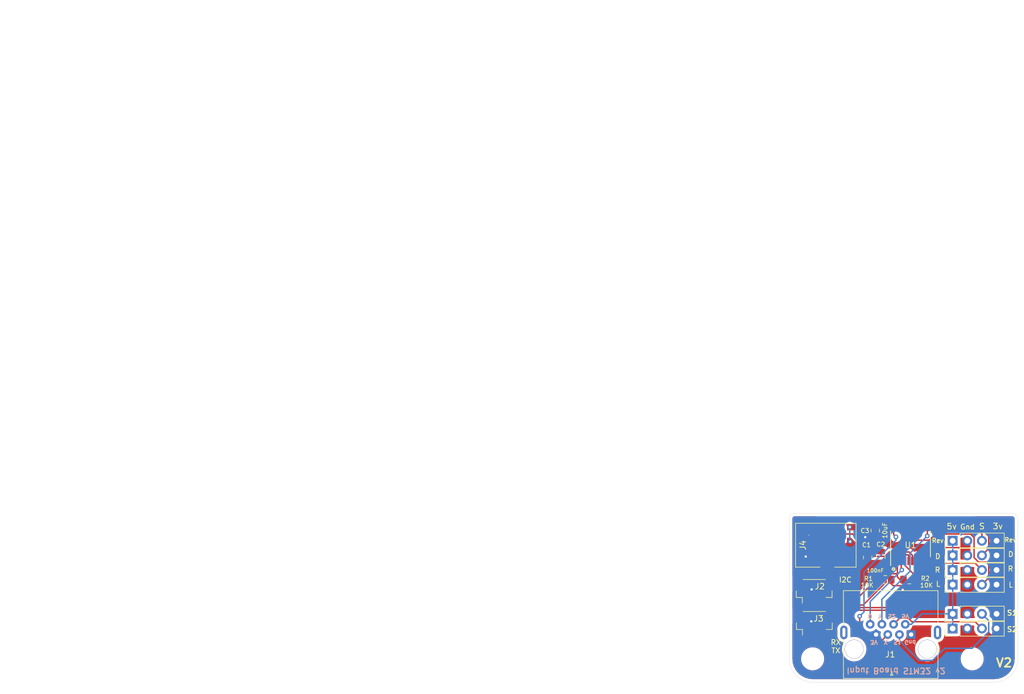
<source format=kicad_pcb>
(kicad_pcb (version 20211014) (generator pcbnew)
  (layers (0 "F.Cu" signal) (31 "B.Cu" signal) (34 "B.Paste" user) (35 "F.Paste" user) (36 "B.SilkS" user "B.Silkscreen") (37 "F.SilkS" user "F.Silkscreen") (38 "B.Mask" user) (39 "F.Mask" user) (44 "Edge.Cuts" user))
  (net 0 "")
  (net 1 "GND")
  (net 2 "+5V")
  (net 3 "+3V3")
  (net 4 "Other")
  (net 5 "JoyY")
  (net 6 "JoyX")
  (net 7 "Sound2")
  (net 8 "Sound1")
  (net 9 "LeftButton")
  (net 10 "DriveButton")
  (net 11 "RightButton")
  (net 12 "ReverseButton")
  (net 13 "SDA")
  (net 14 "SCL")
  (net 15 "TX")
  (net 16 "RX")
  (net 17 "/RESET")
  (net 18 "SWDIO")
  (net 19 "SWCLK")
  (net 20 "Net-(J4-Pad8)")
  (net 21 "Net-(J4-Pad7)")
  (net 22 "Net-(J4-Pad6)")
  (net 23 "Net-(U1-Pad8)")
  (net 24 "Net-(U1-Pad13)")
  (net 25 "Net-(U1-Pad14)")
  (net 26 "Net-(U1-Pad15)")
  (footprint "MountingHole:MountingHole_3mm" (layer "F.Cu") (at 164.338 110.678)
    (fp_text reference "" (at 0 -4) (layer "F.SilkS"))
    (fp_text value "")
    (pad "" np_thru_hole circle locked (at 0 0) (size 3 3) (drill 3) (layers *.Cu *.Mask))
  )
  (footprint "MountingHole:MountingHole_3mm" (layer "F.Cu") (at 136.638 110.678)
    (fp_text reference "" (at 0 -4) (layer "F.SilkS"))
    (fp_text value "")
    (pad "" np_thru_hole circle locked (at 0 0) (size 3 3) (drill 3) (layers *.Cu *.Mask))
  )
  (footprint "Connector_PinHeader_2.54mm:PinHeader_1x04_P2.54mm_Vertical" (layer "F.Cu") (at 160.94964 97.79 90)
    (fp_text reference "J5" hide)
    (fp_text value "Conn_01x04_Male")
    (fp_line (start 1.33 1.27) (end 1.33 8.95) (layer "F.SilkS") (width 0.12))
    (fp_line (start -1.33 0) (end -1.33 -1.33) (layer "F.SilkS") (width 0.12))
    (fp_line (start -1.33 1.27) (end -1.33 8.95) (layer "F.SilkS") (width 0.12))
    (fp_line (start -1.33 8.95) (end 1.33 8.95) (layer "F.SilkS") (width 0.12))
    (fp_line (start -1.33 1.27) (end 1.33 1.27) (layer "F.SilkS") (width 0.12))
    (fp_line (start -1.33 -1.33) (end 0 -1.33) (layer "F.SilkS") (width 0.12))
    (pad "1" thru_hole rect locked (at 0 0 90) (size 1.7 1.7) (drill 1) (layers *.Cu *.Mask) (net 2 "+5V"))
    (pad "2" thru_hole oval locked (at 0 2.54 90) (size 1.7 1.7) (drill 1) (layers *.Cu *.Mask) (net 1 "GND"))
    (pad "3" thru_hole oval locked (at 0 5.08 90) (size 1.7 1.7) (drill 1) (layers *.Cu *.Mask) (net 9 "LeftButton"))
    (pad "4" thru_hole oval locked (at 0 7.62 90) (size 1.7 1.7) (drill 1) (layers *.Cu *.Mask) (net 3 "+3V3"))
  )
  (footprint "Connector_PinHeader_2.54mm:PinHeader_1x04_P2.54mm_Vertical" (layer "F.Cu") (at 160.94964 95.25 90)
    (fp_text reference "J6" hide)
    (fp_text value "Conn_01x04_Male")
    (fp_line (start 1.33 1.27) (end 1.33 8.95) (layer "F.SilkS") (width 0.12))
    (fp_line (start -1.33 8.95) (end 1.33 8.95) (layer "F.SilkS") (width 0.12))
    (fp_line (start -1.33 0) (end -1.33 -1.33) (layer "F.SilkS") (width 0.12))
    (fp_line (start -1.33 1.27) (end 1.33 1.27) (layer "F.SilkS") (width 0.12))
    (fp_line (start -1.33 1.27) (end -1.33 8.95) (layer "F.SilkS") (width 0.12))
    (fp_line (start -1.33 -1.33) (end 0 -1.33) (layer "F.SilkS") (width 0.12))
    (pad "1" thru_hole rect locked (at 0 0 90) (size 1.7 1.7) (drill 1) (layers *.Cu *.Mask) (net 2 "+5V"))
    (pad "2" thru_hole oval locked (at 0 2.54 90) (size 1.7 1.7) (drill 1) (layers *.Cu *.Mask) (net 1 "GND"))
    (pad "3" thru_hole oval locked (at 0 5.08 90) (size 1.7 1.7) (drill 1) (layers *.Cu *.Mask) (net 11 "RightButton"))
    (pad "4" thru_hole oval locked (at 0 7.62 90) (size 1.7 1.7) (drill 1) (layers *.Cu *.Mask) (net 3 "+3V3"))
  )
  (footprint "Connector_PinHeader_2.54mm:PinHeader_1x04_P2.54mm_Vertical" (layer "F.Cu") (at 160.94964 92.71 90)
    (fp_text reference "J7" hide)
    (fp_text value "Conn_01x04_Male")
    (fp_line (start -1.33 -1.33) (end 0 -1.33) (layer "F.SilkS") (width 0.12))
    (fp_line (start 1.33 1.27) (end 1.33 8.95) (layer "F.SilkS") (width 0.12))
    (fp_line (start -1.33 0) (end -1.33 -1.33) (layer "F.SilkS") (width 0.12))
    (fp_line (start -1.33 8.95) (end 1.33 8.95) (layer "F.SilkS") (width 0.12))
    (fp_line (start -1.33 1.27) (end 1.33 1.27) (layer "F.SilkS") (width 0.12))
    (fp_line (start -1.33 1.27) (end -1.33 8.95) (layer "F.SilkS") (width 0.12))
    (pad "1" thru_hole rect locked (at 0 0 90) (size 1.7 1.7) (drill 1) (layers *.Cu *.Mask) (net 2 "+5V"))
    (pad "2" thru_hole oval locked (at 0 2.54 90) (size 1.7 1.7) (drill 1) (layers *.Cu *.Mask) (net 1 "GND"))
    (pad "3" thru_hole oval locked (at 0 5.08 90) (size 1.7 1.7) (drill 1) (layers *.Cu *.Mask) (net 10 "DriveButton"))
    (pad "4" thru_hole oval locked (at 0 7.62 90) (size 1.7 1.7) (drill 1) (layers *.Cu *.Mask) (net 3 "+3V3"))
  )
  (footprint "Connector_PinHeader_2.54mm:PinHeader_1x04_P2.54mm_Vertical" (layer "F.Cu") (at 160.94964 90.17 90)
    (fp_text reference "J9" hide)
    (fp_text value "Conn_01x04_Male")
    (fp_line (start 1.33 1.27) (end 1.33 8.95) (layer "F.SilkS") (width 0.12))
    (fp_line (start -1.33 8.95) (end 1.33 8.95) (layer "F.SilkS") (width 0.12))
    (fp_line (start -1.33 1.27) (end 1.33 1.27) (layer "F.SilkS") (width 0.12))
    (fp_line (start -1.33 0) (end -1.33 -1.33) (layer "F.SilkS") (width 0.12))
    (fp_line (start -1.33 1.27) (end -1.33 8.95) (layer "F.SilkS") (width 0.12))
    (fp_line (start -1.33 -1.33) (end 0 -1.33) (layer "F.SilkS") (width 0.12))
    (pad "1" thru_hole rect locked (at 0 0 90) (size 1.7 1.7) (drill 1) (layers *.Cu *.Mask) (net 2 "+5V"))
    (pad "2" thru_hole oval locked (at 0 2.54 90) (size 1.7 1.7) (drill 1) (layers *.Cu *.Mask) (net 1 "GND"))
    (pad "3" thru_hole oval locked (at 0 5.08 90) (size 1.7 1.7) (drill 1) (layers *.Cu *.Mask) (net 12 "ReverseButton"))
    (pad "4" thru_hole oval locked (at 0 7.62 90) (size 1.7 1.7) (drill 1) (layers *.Cu *.Mask) (net 3 "+3V3"))
  )
  (footprint "Connector_PinHeader_2.54mm:PinHeader_1x04_P2.54mm_Vertical" (layer "F.Cu") (at 160.94964 105.41 90)
    (fp_text reference "J11" hide)
    (fp_text value "Conn_01x04_Male")
    (fp_line (start -1.33 1.27) (end 1.33 1.27) (layer "F.SilkS") (width 0.12))
    (fp_line (start -1.33 -1.33) (end 0 -1.33) (layer "F.SilkS") (width 0.12))
    (fp_line (start -1.33 8.95) (end 1.33 8.95) (layer "F.SilkS") (width 0.12))
    (fp_line (start 1.33 1.27) (end 1.33 8.95) (layer "F.SilkS") (width 0.12))
    (fp_line (start -1.33 0) (end -1.33 -1.33) (layer "F.SilkS") (width 0.12))
    (fp_line (start -1.33 1.27) (end -1.33 8.95) (layer "F.SilkS") (width 0.12))
    (pad "1" thru_hole rect locked (at 0 0 90) (size 1.7 1.7) (drill 1) (layers *.Cu *.Mask) (net 2 "+5V"))
    (pad "2" thru_hole oval locked (at 0 2.54 90) (size 1.7 1.7) (drill 1) (layers *.Cu *.Mask) (net 1 "GND"))
    (pad "3" thru_hole oval locked (at 0 5.08 90) (size 1.7 1.7) (drill 1) (layers *.Cu *.Mask) (net 7 "Sound2"))
    (pad "4" thru_hole oval locked (at 0 7.62 90) (size 1.7 1.7) (drill 1) (layers *.Cu *.Mask) (net 3 "+3V3"))
  )
  (footprint "Resistor_SMD:R_0805_2012Metric_Pad1.15x1.40mm_HandSolder" (layer "F.Cu") (at 149.25294 96.93148)
    (fp_text reference "R1" (at -2.921 -0.1778) (layer "F.SilkS") (effects (font (size 0.762 0.762) (thickness 0.127))))
    (fp_text value "10K" (at -3.1496 0.9398) (layer "F.SilkS") (effects (font (size 0.762 0.762) (thickness 0.127))))
    (fp_line (start -0.261252 0.71) (end 0.261252 0.71) (layer "F.SilkS") (width 0.12))
    (fp_line (start -0.261252 -0.71) (end 0.261252 -0.71) (layer "F.SilkS") (width 0.12))
    (pad "1" smd roundrect locked (at -1.025 0) (size 1.15 1.4) (layers "F.Cu" "F.Paste" "F.Mask") (roundrect_rratio 0.2173904348) (net 14 "SCL"))
    (pad "2" smd roundrect locked (at 1.025 0) (size 1.15 1.4) (layers "F.Cu" "F.Paste" "F.Mask") (roundrect_rratio 0.2173904348) (net 3 "+3V3"))
  )
  (footprint "Resistor_SMD:R_0805_2012Metric_Pad1.15x1.40mm_HandSolder" (layer "F.Cu") (at 153.43124 96.93656)
    (fp_text reference "R2" (at 2.77114 -0.2159) (layer "F.SilkS") (effects (font (size 0.762 0.762) (thickness 0.127))))
    (fp_text value "10K" (at 2.97688 0.9652) (layer "F.SilkS") (effects (font (size 0.762 0.762) (thickness 0.127))))
    (fp_line (start -0.261252 -0.71) (end 0.261252 -0.71) (layer "F.SilkS") (width 0.12))
    (fp_line (start -0.261252 0.71) (end 0.261252 0.71) (layer "F.SilkS") (width 0.12))
    (pad "1" smd roundrect locked (at -1.025 0) (size 1.15 1.4) (layers "F.Cu" "F.Paste" "F.Mask") (roundrect_rratio 0.2173904348) (net 13 "SDA"))
    (pad "2" smd roundrect locked (at 1.025 0) (size 1.15 1.4) (layers "F.Cu" "F.Paste" "F.Mask") (roundrect_rratio 0.2173904348) (net 3 "+3V3"))
  )
  (footprint "Connector_PinHeader_2.54mm:PinHeader_1x04_P2.54mm_Vertical" (layer "F.Cu") (at 160.94964 102.87 90)
    (fp_text reference "J10" hide)
    (fp_text value "Conn_01x04_Male")
    (fp_line (start -1.33 1.27) (end -1.33 8.95) (layer "F.SilkS") (width 0.12))
    (fp_line (start -1.33 -1.33) (end 0 -1.33) (layer "F.SilkS") (width 0.12))
    (fp_line (start -1.33 1.27) (end 1.33 1.27) (layer "F.SilkS") (width 0.12))
    (fp_line (start -1.33 8.95) (end 1.33 8.95) (layer "F.SilkS") (width 0.12))
    (fp_line (start 1.33 1.27) (end 1.33 8.95) (layer "F.SilkS") (width 0.12))
    (fp_line (start -1.33 0) (end -1.33 -1.33) (layer "F.SilkS") (width 0.12))
    (pad "1" thru_hole rect locked (at 0 0 90) (size 1.7 1.7) (drill 1) (layers *.Cu *.Mask) (net 2 "+5V"))
    (pad "2" thru_hole oval locked (at 0 2.54 90) (size 1.7 1.7) (drill 1) (layers *.Cu *.Mask) (net 1 "GND"))
    (pad "3" thru_hole oval locked (at 0 5.08 90) (size 1.7 1.7) (drill 1) (layers *.Cu *.Mask) (net 8 "Sound1"))
    (pad "4" thru_hole oval locked (at 0 7.62 90) (size 1.7 1.7) (drill 1) (layers *.Cu *.Mask) (net 3 "+3V3"))
  )
  (footprint "Capacitor_SMD:C_0805_2012Metric" (layer "F.Cu") (at 146.19224 93.07322 -90)
    (fp_text reference "C1" (at -2.17932 0.20828 180) (layer "F.SilkS") (effects (font (size 0.762 0.762) (thickness 0.127))))
    (fp_text value "100nF" (at 2.2733 -1.32588) (layer "F.SilkS") (effects (font (size 0.635 0.635) (thickness 0.1143))))
    (fp_line (start -0.261252 0.735) (end 0.261252 0.735) (layer "F.SilkS") (width 0.12))
    (fp_line (start -0.261252 -0.735) (end 0.261252 -0.735) (layer "F.SilkS") (width 0.12))
    (pad "1" smd roundrect locked (at -0.95 0 270) (size 1 1.45) (layers "F.Cu" "F.Paste" "F.Mask") (net 17 "/RESET"))
    (pad "2" smd roundrect locked (at 0.95 0 270) (size 1 1.45) (layers "F.Cu" "F.Paste" "F.Mask") (net 1 "GND"))
  )
  (footprint "Capacitor_SMD:C_0805_2012Metric" (layer "F.Cu") (at 148.48586 92.99448 -90)
    (fp_text reference "C2" (at -2.19456 0.02032) (layer "F.SilkS") (effects (font (size 0.762 0.762) (thickness 0.127))))
    (fp_text value "100nF")
    (fp_line (start -0.261252 -0.735) (end 0.261252 -0.735) (layer "F.SilkS") (width 0.12))
    (fp_line (start -0.261252 0.735) (end 0.261252 0.735) (layer "F.SilkS") (width 0.12))
    (pad "1" smd roundrect locked (at -0.95 0 270) (size 1 1.45) (layers "F.Cu" "F.Paste" "F.Mask") (net 3 "+3V3"))
    (pad "2" smd roundrect locked (at 0.95 0 270) (size 1 1.45) (layers "F.Cu" "F.Paste" "F.Mask") (net 1 "GND"))
  )
  (footprint "Capacitor_SMD:C_0805_2012Metric" (layer "F.Cu") (at 147.5105 88.38946 90)
    (fp_text reference "C3" (at -0.0381 -1.7907) (layer "F.SilkS") (effects (font (size 0.762 0.762) (thickness 0.127))))
    (fp_text value "10uF" (at 0 1.68 90) (layer "F.SilkS") (effects (font (size 0.762 0.762) (thickness 0.127))))
    (fp_line (start -0.261252 -0.735) (end 0.261252 -0.735) (layer "F.SilkS") (width 0.12))
    (fp_line (start -0.261252 0.735) (end 0.261252 0.735) (layer "F.SilkS") (width 0.12))
    (pad "1" smd roundrect locked (at -0.95 0 90) (size 1 1.45) (layers "F.Cu" "F.Paste" "F.Mask") (net 3 "+3V3"))
    (pad "2" smd roundrect locked (at 0.95 0 90) (size 1 1.45) (layers "F.Cu" "F.Paste" "F.Mask") (net 1 "GND"))
  )
  (footprint "Connector_JST:JST_SH_BM04B-SRSS-TB_1x04-1MP_P1.00mm_Vertical" (layer "F.Cu") (at 136.906 98.9076)
    (fp_text reference "J2" (at 0.97028 -0.81026) (layer "F.SilkS"))
    (fp_text value "Conn_01x04_Male")
    (fp_line (start -3.11 -0.04) (end -3.11 1.11) (layer "F.SilkS") (width 0.12))
    (fp_line (start -2.06 1.11) (end -2.06 2.1) (layer "F.SilkS") (width 0.12))
    (fp_line (start 3.11 1.11) (end 2.06 1.11) (layer "F.SilkS") (width 0.12))
    (fp_line (start -3.11 1.11) (end -2.06 1.11) (layer "F.SilkS") (width 0.12))
    (fp_line (start -1.94 -2.01) (end 1.94 -2.01) (layer "F.SilkS") (width 0.12))
    (fp_line (start 3.11 -0.04) (end 3.11 1.11) (layer "F.SilkS") (width 0.12))
    (pad "1" smd roundrect locked (at -1.5 1.325) (size 0.6 1.55) (layers "F.Cu" "F.Paste" "F.Mask") (net 1 "GND"))
    (pad "2" smd roundrect locked (at -0.5 1.325) (size 0.6 1.55) (layers "F.Cu" "F.Paste" "F.Mask") (net 3 "+3V3"))
    (pad "3" smd roundrect locked (at 0.5 1.325) (size 0.6 1.55) (layers "F.Cu" "F.Paste" "F.Mask") (net 13 "SDA"))
    (pad "4" smd roundrect locked (at 1.5 1.325) (size 0.6 1.55) (layers "F.Cu" "F.Paste" "F.Mask") (net 14 "SCL"))
    (pad "MP" smd roundrect locked (at 2.8 -1.2) (size 1.2 1.8) (layers "F.Cu" "F.Paste" "F.Mask") (roundrect_rratio 0.2083325))
    (pad "MP" smd roundrect locked (at -2.8 -1.2) (size 1.2 1.8) (layers "F.Cu" "F.Paste" "F.Mask") (roundrect_rratio 0.2083325))
  )
  (footprint "Connector_JST:JST_SH_BM04B-SRSS-TB_1x04-1MP_P1.00mm_Vertical" (layer "F.Cu") (at 136.9314 104.4702)
    (fp_text reference "J3" (at 0.73152 -0.77216) (layer "F.SilkS"))
    (fp_text value "Conn_01x04_Male")
    (fp_line (start -3.11 1.11) (end -2.06 1.11) (layer "F.SilkS") (width 0.12))
    (fp_line (start -1.94 -2.01) (end 1.94 -2.01) (layer "F.SilkS") (width 0.12))
    (fp_line (start -2.06 1.11) (end -2.06 2.1) (layer "F.SilkS") (width 0.12))
    (fp_line (start 3.11 -0.04) (end 3.11 1.11) (layer "F.SilkS") (width 0.12))
    (fp_line (start -3.11 -0.04) (end -3.11 1.11) (layer "F.SilkS") (width 0.12))
    (fp_line (start 3.11 1.11) (end 2.06 1.11) (layer "F.SilkS") (width 0.12))
    (pad "1" smd roundrect locked (at -1.5 1.325) (size 0.6 1.55) (layers "F.Cu" "F.Paste" "F.Mask") (net 1 "GND"))
    (pad "2" smd roundrect locked (at -0.5 1.325) (size 0.6 1.55) (layers "F.Cu" "F.Paste" "F.Mask") (net 3 "+3V3"))
    (pad "3" smd roundrect locked (at 0.5 1.325) (size 0.6 1.55) (layers "F.Cu" "F.Paste" "F.Mask") (net 15 "TX"))
    (pad "4" smd roundrect locked (at 1.5 1.325) (size 0.6 1.55) (layers "F.Cu" "F.Paste" "F.Mask") (net 16 "RX"))
    (pad "MP" smd roundrect locked (at 2.8 -1.2) (size 1.2 1.8) (layers "F.Cu" "F.Paste" "F.Mask") (roundrect_rratio 0.2083325))
    (pad "MP" smd roundrect locked (at -2.8 -1.2) (size 1.2 1.8) (layers "F.Cu" "F.Paste" "F.Mask") (roundrect_rratio 0.2083325))
  )
  (footprint "Useful Modifications:JTAG_SWD_SMD" (layer "F.Cu") (at 139.18438 90.94216 90)
    (fp_text reference "J4" (at 0 -4.235 90) (layer "F.SilkS"))
    (fp_text value "Conn_ARM_JTAG_SWD_10")
    (fp_line (start -3.81 5) (end -3.81 1.27) (layer "F.SilkS") (width 0.12))
    (fp_line (start -3.81 -5.5) (end -3.81 -1.27) (layer "F.SilkS") (width 0.12))
    (fp_line (start 3.81 -5.5) (end 3.81 5) (layer "F.SilkS") (width 0.12))
    (fp_line (start -3.81 -5.5) (end 3.81 -5.5) (layer "F.SilkS") (width 0.12))
    (fp_line (start -3.81 5) (end 3.81 5) (layer "F.SilkS") (width 0.12))
    (fp_line (start 1.765 -3.235) (end 1.765 -3.17) (layer "F.SilkS") (width 0.12))
    (pad "1" smd rect locked (at -1.95 -2.54 90) (size 2.4 0.74) (layers "F.Cu" "F.Paste" "F.Mask") (net 3 "+3V3"))
    (pad "2" smd rect locked (at 1.95 -2.54 90) (size 2.4 0.74) (layers "F.Cu" "F.Paste" "F.Mask") (net 18 "SWDIO"))
    (pad "3" smd rect locked (at -1.95 -1.27 90) (size 2.4 0.74) (layers "F.Cu" "F.Paste" "F.Mask") (net 1 "GND"))
    (pad "4" smd rect locked (at 1.95 -1.27 90) (size 2.4 0.74) (layers "F.Cu" "F.Paste" "F.Mask") (net 19 "SWCLK"))
    (pad "5" smd rect locked (at -1.95 0 90) (size 2.4 0.74) (layers "F.Cu" "F.Paste" "F.Mask") (net 1 "GND"))
    (pad "6" smd rect locked (at 1.95 0 90) (size 2.4 0.74) (layers "F.Cu" "F.Paste" "F.Mask") (net 22 "Net-(J4-Pad6)"))
    (pad "7" smd rect locked (at -1.95 1.27 90) (size 2.4 0.74) (layers "F.Cu" "F.Paste" "F.Mask") (net 21 "Net-(J4-Pad7)"))
    (pad "8" smd rect locked (at 1.95 1.27 90) (size 2.4 0.74) (layers "F.Cu" "F.Paste" "F.Mask") (net 20 "Net-(J4-Pad8)"))
    (pad "9" smd rect locked (at -1.95 2.54 90) (size 2.4 0.74) (layers "F.Cu" "F.Paste" "F.Mask") (net 1 "GND"))
    (pad "10" smd rect locked (at 1.95 2.54 90) (size 2.4 0.74) (layers "F.Cu" "F.Paste" "F.Mask") (net 17 "/RESET"))
  )
  (footprint "Useful Modifications:RJ45_x08_Tab_Up" (layer "F.Cu") (at 149.9616 110.0582)
    (fp_text reference "J1" (at 0.1524 -0.13208) (layer "F.SilkS"))
    (fp_text value "8P8C")
    (fp_line (start 0.62738 3.46964) (end 0.40132 3.03784) (layer "F.SilkS") (width 0.12))
    (fp_line (start 0.18796 3.46964) (end 0.62738 3.46964) (layer "F.SilkS") (width 0.12))
    (fp_line (start -7.97494 -11.21918) (end -7.97494 -5.207) (layer "F.SilkS") (width 0.12))
    (fp_line (start -7.97494 -11.21918) (end 8.43506 -11.21918) (layer "F.SilkS") (width 0.12))
    (fp_line (start 8.43506 -11.21918) (end 8.43506 -5.207) (layer "F.SilkS") (width 0.12))
    (fp_line (start -7.97494 4.02082) (end 8.43506 4.02082) (layer "F.SilkS") (width 0.12))
    (fp_line (start -7.97306 -2.71018) (end -7.97494 4.02082) (layer "F.SilkS") (width 0.12))
    (fp_line (start 8.43694 -2.71018) (end 8.43506 4.02082) (layer "F.SilkS") (width 0.12))
    (fp_line (start 0.40132 3.03784) (end 0.18796 3.46964) (layer "F.SilkS") (width 0.12))
    (pad "" np_thru_hole circle locked (at 6.58168 -1.05918 180) (size 3.25 3.25) (drill 3.200001) (layers *.Cu *.Mask))
    (pad "" np_thru_hole circle locked (at -6.11832 -1.05918 180) (size 3.25 3.25) (drill 3.2) (layers *.Cu *.Mask))
    (pad "1" thru_hole rect locked (at 3.78098 -3.59918) (size 1.5 1.5) (drill 0.76) (layers *.Cu *.Mask) (net 1 "GND"))
    (pad "2" thru_hole circle locked (at 2.76098 -5.37918) (size 1.5 1.5) (drill 0.76) (layers *.Cu *.Mask) (net 2 "+5V"))
    (pad "3" thru_hole circle locked (at 1.75098 -3.59918) (size 1.5 1.5) (drill 0.76) (layers *.Cu *.Mask) (net 8 "Sound1"))
    (pad "4" thru_hole circle locked (at 0.73098 -5.37918) (size 1.5 1.5) (drill 0.76) (layers *.Cu *.Mask) (net 7 "Sound2"))
    (pad "5" thru_hole circle locked (at -0.27902 -3.59918) (size 1.5 1.5) (drill 0.76) (layers *.Cu *.Mask) (net 6 "JoyX"))
    (pad "6" thru_hole circle locked (at -1.29902 -5.37918) (size 1.5 1.5) (drill 0.76) (layers *.Cu *.Mask) (net 5 "JoyY"))
    (pad "7" thru_hole circle locked (at -2.30902 -3.59918) (size 1.5 1.5) (drill 0.76) (layers *.Cu *.Mask) (net 3 "+3V3"))
    (pad "8" thru_hole circle locked (at -3.32902 -5.37918) (size 1.5 1.5) (drill 0.76) (layers *.Cu *.Mask) (net 4 "Other"))
    (pad "9" thru_hole oval locked (at -7.89832 -3.96113 180) (size 1.259 2.362) (drill oval 0.5 1.6) (layers *.Cu *.Mask))
    (pad "10" thru_hole oval locked (at 8.36168 -3.96113 180) (size 1.259 2.362) (drill oval 0.5 1.6) (layers *.Cu *.Mask))
  )
  (footprint "Package_SO:TSSOP-20_4.4x6.5mm_P0.65mm" (layer "F.Cu") (at 153.6319 90.72118 90)
    (fp_text reference "U1" (at -0.21082 0 180) (layer "F.SilkS"))
    (fp_text value "STM32G031F4Px")
    (fp_line (start -3.75 -3.45) (end 2.225 -3.45) (layer "F.SilkS") (width 0.15))
    (fp_line (start -2.225 3.45) (end 2.225 3.45) (layer "F.SilkS") (width 0.15))
    (pad "1" smd rect locked (at -2.95 -2.925 90) (size 1.45 0.45) (layers "F.Cu" "F.Paste" "F.Mask") (net 14 "SCL"))
    (pad "2" smd rect locked (at -2.95 -2.275 90) (size 1.45 0.45) (layers "F.Cu" "F.Paste" "F.Mask") (net 13 "SDA"))
    (pad "3" smd rect locked (at -2.95 -1.625 90) (size 1.45 0.45) (layers "F.Cu" "F.Paste" "F.Mask") (net 4 "Other"))
    (pad "4" smd rect locked (at -2.95 -0.975 90) (size 1.45 0.45) (layers "F.Cu" "F.Paste" "F.Mask") (net 3 "+3V3"))
    (pad "5" smd rect locked (at -2.95 -0.325 90) (size 1.45 0.45) (layers "F.Cu" "F.Paste" "F.Mask") (net 1 "GND"))
    (pad "6" smd rect locked (at -2.95 0.325 90) (size 1.45 0.45) (layers "F.Cu" "F.Paste" "F.Mask") (net 17 "/RESET"))
    (pad "7" smd rect locked (at -2.95 0.975 90) (size 1.45 0.45) (layers "F.Cu" "F.Paste" "F.Mask") (net 11 "RightButton"))
    (pad "8" smd rect locked (at -2.95 1.625 90) (size 1.45 0.45) (layers "F.Cu" "F.Paste" "F.Mask") (net 23 "Net-(U1-Pad8)"))
    (pad "9" smd rect locked (at -2.95 2.275 90) (size 1.45 0.45) (layers "F.Cu" "F.Paste" "F.Mask") (net 15 "TX"))
    (pad "10" smd rect locked (at -2.95 2.925 90) (size 1.45 0.45) (layers "F.Cu" "F.Paste" "F.Mask") (net 16 "RX"))
    (pad "11" smd rect locked (at 2.95 2.925 90) (size 1.45 0.45) (layers "F.Cu" "F.Paste" "F.Mask") (net 5 "JoyY"))
    (pad "12" smd rect locked (at 2.95 2.275 90) (size 1.45 0.45) (layers "F.Cu" "F.Paste" "F.Mask") (net 12 "ReverseButton"))
    (pad "13" smd rect locked (at 2.95 1.625 90) (size 1.45 0.45) (layers "F.Cu" "F.Paste" "F.Mask") (net 24 "Net-(U1-Pad13)"))
    (pad "14" smd rect locked (at 2.95 0.975 90) (size 1.45 0.45) (layers "F.Cu" "F.Paste" "F.Mask") (net 25 "Net-(U1-Pad14)"))
    (pad "15" smd rect locked (at 2.95 0.325 90) (size 1.45 0.45) (layers "F.Cu" "F.Paste" "F.Mask") (net 26 "Net-(U1-Pad15)"))
    (pad "16" smd rect locked (at 2.95 -0.325 90) (size 1.45 0.45) (layers "F.Cu" "F.Paste" "F.Mask") (net 9 "LeftButton"))
    (pad "17" smd rect locked (at 2.95 -0.975 90) (size 1.45 0.45) (layers "F.Cu" "F.Paste" "F.Mask") (net 10 "DriveButton"))
    (pad "18" smd rect locked (at 2.95 -1.625 90) (size 1.45 0.45) (layers "F.Cu" "F.Paste" "F.Mask") (net 18 "SWDIO"))
    (pad "19" smd rect locked (at 2.95 -2.275 90) (size 1.45 0.45) (layers "F.Cu" "F.Paste" "F.Mask") (net 19 "SWCLK"))
    (pad "20" smd rect locked (at 2.95 -2.925 90) (size 1.45 0.45) (layers "F.Cu" "F.Paste" "F.Mask") (net 6 "JoyX"))
  )
  (footprint "" (layer "F.Cu") (at -4.191 -3.5306)
    (fp_text reference "" (at 160.94964 95.25) (layer "F.SilkS") (effects (font (size 1.27 1.27))))
    (fp_text value "" (at 160.94964 95.25) (layer "F.SilkS") (effects (font (size 1.27 1.27))))
  )
  (gr_circle (center 150.6855 95.08236) (end 150.8105 95.15736) (layer "F.SilkS") (width 0.12) (fill none))
  (gr_circle (center 150.6855 95.08236) (end 150.8605 95.28236) (layer "F.SilkS") (width 0.12) (fill none))
  (gr_arc (start 136.652 114.7445) (mid 133.778318 113.554182) (end 132.588 110.6805) (layer "Edge.Cuts") (width 0.05))
  (gr_line (start 172.23994 86.36) (end 172.250164 110.6678) (layer "Edge.Cuts") (width 0.05))
  (gr_line (start 132.588 110.6805) (end 132.588 86.296602) (layer "Edge.Cuts") (width 0.05))
  (gr_arc (start 171.279873 85.389743) (mid 171.960853 85.676035) (end 172.23994 86.36) (layer "Edge.Cuts") (width 0.05))
  (gr_arc (start 132.588 86.296602) (mid 132.850257 85.655657) (end 133.489685 85.38972) (layer "Edge.Cuts") (width 0.05))
  (gr_line (start 171.27982 85.38972) (end 133.489685 85.38972) (layer "Edge.Cuts") (width 0.05))
  (gr_line (start 168.15308 114.7445) (end 136.652 114.7445) (layer "Edge.Cuts") (width 0.05))
  (gr_arc (start 172.250164 110.67034) (mid 171.048758 113.559322) (end 168.15308 114.7445) (layer "Edge.Cuts") (width 0.05))
  (gr_text "   3V  X  S1 Gnd\n\n\n\nO  Y  S2  5V" (at 149.8092 105.537 180) (layer "B.SilkS") (effects (font (size 0.7 0.7) (thickness 0.175)) (justify mirror)))
  (gr_text "Input Board STM32 v2" (at 151.13 112.75 180) (layer "B.SilkS") (effects (font (size 1.016 1.016) (thickness 0.1875)) (justify mirror)))
  (gr_text "L" (at 158.43504 97.69348) (layer "F.SilkS") (effects (font (size 0.889 0.889) (thickness 0.1524))))
  (gr_text "Rev" (at 170.96994 90.02268) (layer "F.SilkS") (effects (font (size 0.762 0.762) (thickness 0.1524))))
  (gr_text "R" (at 170.9928 95.02648) (layer "F.SilkS") (effects (font (size 0.889 0.889) (thickness 0.1524))))
  (gr_text "D" (at 171.03852 92.51442) (layer "F.SilkS") (effects (font (size 0.889 0.889) (thickness 0.1524))))
  (gr_text "L" (at 171.03852 97.8281) (layer "F.SilkS") (effects (font (size 0.889 0.889) (thickness 0.1524))))
  (gr_text "I2C" (at 142.3162 96.9518) (layer "F.SilkS") (effects (font (size 0.889 0.889) (thickness 0.1524))))
  (gr_text "RX\nTX" (at 140.6652 108.5342) (layer "F.SilkS") (effects (font (size 0.889 0.889) (thickness 0.1524))))
  (gr_text "V2" (at 169.86758 111.37392) (layer "F.SilkS") (effects (font (size 1.5 1.5) (thickness 0.3))))
  (gr_text "S" (at 166.02964 87.6554) (layer "F.SilkS") (effects (font (size 1.016 1.016) (thickness 0.1524))))
  (gr_text "Rev" (at 158.36646 90.14206) (layer "F.SilkS") (effects (font (size 0.762 0.762) (thickness 0.1524))))
  (gr_text "5v" (at 160.78454 87.68842) (layer "F.SilkS") (effects (font (size 1.016 1.016) (thickness 0.1524))))
  (gr_text "D" (at 158.36646 92.89288) (layer "F.SilkS") (effects (font (size 0.889 0.889) (thickness 0.1524))))
  (gr_text "R" (at 158.32328 95.22714) (layer "F.SilkS") (effects (font (size 0.889 0.889) (thickness 0.1524))))
  (gr_text "Gnd" (at 163.5252 87.757) (layer "F.SilkS") (effects (font (size 0.889 0.889) (thickness 0.1524))))
  (gr_text "3v" (at 168.783 87.6554) (layer "F.SilkS") (effects (font (size 1.016 1.016) (thickness 0.1524))))
  (gr_text "S1\n\nS2" (at 171.25696 104.1273) (layer "F.SilkS") (effects (font (size 0.889 0.889) (thickness 0.1875))))
  (segment (start 162.14852 91.36126) (end 162.124641 91.345001) (width 0.25) (layer "F.Cu") (net 1))
  (segment (start 137.91438 92.89216) (end 139.18438 92.89216) (width 0.25) (layer "F.Cu") (net 1))
  (segment (start 139.18438 92.89216) (end 139.18438 94.34216) (width 0.25) (layer "F.Cu") (net 1))
  (segment (start 153.231899 92.621179) (end 150.083761 92.621179) (width 0.25) (layer "F.Cu") (net 1))
  (segment (start 145.06118 92.89216) (end 146.19224 94.02322) (width 0.25) (layer "F.Cu") (net 1))
  (segment (start 163.48964 90.17) (end 162.29838 91.36126) (width 0.25) (layer "F.Cu") (net 1))
  (segment (start 153.3069 92.69618) (end 153.231899 92.621179) (width 0.25) (layer "F.Cu") (net 1))
  (segment (start 153.3069 93.67118) (end 153.3069 92.69618) (width 0.25) (layer "F.Cu") (net 1))
  (segment (start 147.5105 87.43946) (end 151.416041 91.345001) (width 0.25) (layer "F.Cu") (net 1))
  (segment (start 148.40712 94.02322) (end 148.48586 93.94448) (width 0.25) (layer "F.Cu") (net 1))
  (segment (start 162.29838 91.36126) (end 162.14852 91.36126) (width 0.25) (layer "F.Cu") (net 1))
  (segment (start 151.416041 91.345001) (end 162.14852 91.36126) (width 0.25) (layer "F.Cu") (net 1))
  (segment (start 148.984689 93.445651) (end 148.48586 93.94448) (width 0.25) (layer "F.Cu") (net 1))
  (segment (start 162.639641 91.860001) (end 163.48964 92.71) (width 0.25) (layer "F.Cu") (net 1))
  (segment (start 139.259381 94.417161) (end 141.649379 94.417161) (width 0.25) (layer "F.Cu") (net 1))
  (segment (start 149.259289 93.445651) (end 148.984689 93.445651) (width 0.25) (layer "F.Cu") (net 1))
  (segment (start 150.083761 92.621179) (end 149.259289 93.445651) (width 0.25) (layer "F.Cu") (net 1))
  (segment (start 141.649379 94.417161) (end 141.72438 94.34216) (width 0.25) (layer "F.Cu") (net 1))
  (segment (start 139.18438 94.34216) (end 139.259381 94.417161) (width 0.25) (layer "F.Cu") (net 1))
  (segment (start 146.19224 94.02322) (end 148.40712 94.02322) (width 0.25) (layer "F.Cu") (net 1))
  (segment (start 141.72438 92.89216) (end 145.06118 92.89216) (width 0.25) (layer "F.Cu") (net 1))
  (segment (start 162.124641 91.345001) (end 162.639641 91.860001) (width 0.25) (layer "F.Cu") (net 1))
  (segment (start 141.72438 94.34216) (end 141.72438 92.89216) (width 0.25) (layer "F.Cu") (net 1))
  (via (at 143.15694 90.30716) (size 0.8) (drill 0.4) (layers "F.Cu" "B.Cu") (net 1))
  (via (at 143.08582 87.78748) (size 0.8) (drill 0.4) (layers "F.Cu" "B.Cu") (net 1))
  (segment (start 143.08582 87.78748) (end 143.08582 90.23604) (width 0.25) (layer "B.Cu") (net 1))
  (segment (start 143.08582 90.23604) (end 143.15694 90.30716) (width 0.25) (layer "B.Cu") (net 1))
  (segment (start 153.78324 104.67902) (end 155.59226 102.87) (width 0.25) (layer "B.Cu") (net 2))
  (segment (start 160.94964 102.87) (end 160.94964 101.77) (width 0.25) (layer "B.Cu") (net 2))
  (segment (start 160.94964 91.27) (end 160.94964 92.71) (width 0.25) (layer "B.Cu") (net 2))
  (segment (start 160.94964 90.17) (end 160.94964 91.27) (width 0.25) (layer "B.Cu") (net 2))
  (segment (start 160.94964 95.25) (end 160.94964 94.15) (width 0.25) (layer "B.Cu") (net 2))
  (segment (start 160.94964 94.15) (end 160.94964 92.71) (width 0.25) (layer "B.Cu") (net 2))
  (segment (start 159.84964 102.87) (end 160.94964 102.87) (width 0.25) (layer "B.Cu") (net 2))
  (segment (start 155.59226 102.87) (end 159.84964 102.87) (width 0.25) (layer "B.Cu") (net 2))
  (segment (start 160.94964 105.41) (end 160.94964 104.31) (width 0.25) (layer "B.Cu") (net 2))
  (segment (start 152.72258 104.67902) (end 153.78324 104.67902) (width 0.25) (layer "B.Cu") (net 2))
  (segment (start 160.94964 96.69) (end 160.94964 95.25) (width 0.25) (layer "B.Cu") (net 2))
  (segment (start 160.94964 101.77) (end 160.94964 97.79) (width 0.25) (layer "B.Cu") (net 2))
  (segment (start 160.94964 97.79) (end 160.94964 96.69) (width 0.25) (layer "B.Cu") (net 2))
  (segment (start 160.94964 104.31) (end 160.94964 102.87) (width 0.25) (layer "B.Cu") (net 2))
  (segment (start 150.27794 96.93148) (end 150.27794 97.63148) (width 0.25) (layer "F.Cu") (net 3))
  (segment (start 136.406 100.2326) (end 136.406 98.67862) (width 0.25) (layer "F.Cu") (net 3))
  (segment (start 152.29725 97.96157) (end 152.29725 98.66999) (width 0.25) (layer "F.Cu") (net 3))
  (segment (start 136.64438 92.89216) (end 135.45892 92.89216) (width 0.25) (layer "F.Cu") (net 3))
  (segment (start 147.5105 89.33946) (end 147.5105 91.06912) (width 0.25) (layer "F.Cu") (net 3))
  (segment (start 154.45624 97.63656) (end 154.45624 96.93656) (width 0.25) (layer "F.Cu") (net 3))
  (segment (start 150.60803 97.96157) (end 152.29725 97.96157) (width 0.25) (layer "F.Cu") (net 3))
  (segment (start 154.13123 97.96157) (end 154.45624 97.63656) (width 0.25) (layer "F.Cu") (net 3))
  (segment (start 147.5105 89.33946) (end 145.9763 89.33946) (width 0.25) (layer "F.Cu") (net 3))
  (segment (start 135.45892 92.89216) (end 135.43788 92.9132) (width 0.25) (layer "F.Cu") (net 3))
  (segment (start 150.27794 97.63148) (end 150.60803 97.96157) (width 0.25) (layer "F.Cu") (net 3))
  (segment (start 136.4314 105.7952) (end 136.4314 104.18864) (width 0.25) (layer "F.Cu") (net 3))
  (segment (start 154.45624 96.23656) (end 152.6569 94.43722) (width 0.25) (layer "F.Cu") (net 3))
  (segment (start 136.4314 104.18864) (end 136.4107 104.16794) (width 0.25) (layer "F.Cu") (net 3))
  (segment (start 136.406 98.67862) (end 136.4615 98.62312) (width 0.25) (layer "F.Cu") (net 3))
  (segment (start 154.45624 96.93656) (end 154.45624 96.23656) (width 0.25) (layer "F.Cu") (net 3))
  (segment (start 152.6569 94.43722) (end 152.6569 93.67118) (width 0.25) (layer "F.Cu") (net 3))
  (segment (start 152.29725 97.96157) (end 154.13123 97.96157) (width 0.25) (layer "F.Cu") (net 3))
  (segment (start 152.29725 98.66999) (end 152.28062 98.68662) (width 0.25) (layer "F.Cu") (net 3))
  (segment (start 145.9763 89.33946) (end 145.77568 89.54008) (width 0.25) (layer "F.Cu") (net 3))
  (segment (start 147.5105 91.06912) (end 148.48586 92.04448) (width 0.25) (layer "F.Cu") (net 3))
  (via (at 135.43788 92.9132) (size 0.8) (drill 0.4) (layers "F.Cu" "B.Cu") (net 3))
  (via (at 136.4615 98.62312) (size 0.8) (drill 0.4) (layers "F.Cu" "B.Cu") (net 3))
  (via (at 152.28062 98.68662) (size 0.8) (drill 0.4) (layers "F.Cu" "B.Cu") (net 3))
  (via (at 136.4107 104.16794) (size 0.8) (drill 0.4) (layers "F.Cu" "B.Cu") (net 3))
  (via (at 145.77568 89.54008) (size 0.8) (drill 0.4) (layers "F.Cu" "B.Cu") (net 3))
  (segment (start 152.0069 93.67118) (end 152.0069 95.13884) (width 0.25) (layer "F.Cu") (net 4))
  (segment (start 152.0069 95.13884) (end 152.11298 95.24492) (width 0.25) (layer "F.Cu") (net 4))
  (via (at 152.11298 95.24492) (size 0.8) (drill 0.4) (layers "F.Cu" "B.Cu") (net 4))
  (segment (start 146.63258 100.72532) (end 146.63258 104.67902) (width 0.25) (layer "B.Cu") (net 4))
  (segment (start 152.11298 95.24492) (end 146.63258 100.72532) (width 0.25) (layer "B.Cu") (net 4))
  (segment (start 156.5569 89.32018) (end 156.53258 89.3445) (width 0.25) (layer "F.Cu") (net 5))
  (segment (start 156.5569 87.77118) (end 156.5569 89.32018) (width 0.25) (layer "F.Cu") (net 5))
  (via (at 156.53258 89.3445) (size 0.8) (drill 0.4) (layers "F.Cu" "B.Cu") (net 5))
  (segment (start 156.53258 89.3445) (end 153.543 92.33408) (width 0.25) (layer "B.Cu") (net 5))
  (segment (start 153.543 92.33408) (end 153.543 95.46844) (width 0.25) (layer "B.Cu") (net 5))
  (segment (start 148.66258 100.34886) (end 148.66258 104.67902) (width 0.25) (layer "B.Cu") (net 5))
  (segment (start 153.543 95.46844) (end 148.66258 100.34886) (width 0.25) (layer "B.Cu") (net 5))
  (segment (start 144.8054 105.202842) (end 147.136579 107.534021) (width 0.25) (layer "F.Cu") (net 6))
  (segment (start 148.932581 107.209019) (end 149.68258 106.45902) (width 0.25) (layer "F.Cu") (net 6))
  (segment (start 150.7069 89.0992) (end 151.1046 89.4969) (width 0.25) (layer "F.Cu") (net 6))
  (segment (start 144.8054 103.27386) (end 144.8054 105.202842) (width 0.25) (layer "F.Cu") (net 6))
  (segment (start 150.7069 87.77118) (end 150.7069 89.0992) (width 0.25) (layer "F.Cu") (net 6))
  (segment (start 147.136579 107.534021) (end 148.607579 107.534021) (width 0.25) (layer "F.Cu") (net 6))
  (segment (start 148.607579 107.534021) (end 148.932581 107.209019) (width 0.25) (layer "F.Cu") (net 6))
  (via (at 151.1046 89.4969) (size 0.8) (drill 0.4) (layers "F.Cu" "B.Cu") (net 6))
  (via (at 144.8054 103.27386) (size 0.8) (drill 0.4) (layers "F.Cu" "B.Cu") (net 6))
  (segment (start 145.557579 95.609606) (end 145.557579 102.521681) (width 0.25) (layer "B.Cu") (net 6))
  (segment (start 145.557579 102.521681) (end 144.8054 103.27386) (width 0.25) (layer "B.Cu") (net 6))
  (segment (start 151.1046 89.4969) (end 151.1046 90.062585) (width 0.25) (layer "B.Cu") (net 6))
  (segment (start 151.1046 90.062585) (end 145.557579 95.609606) (width 0.25) (layer "B.Cu") (net 6))
  (segment (start 151.767581 103.604019) (end 151.442579 103.929021) (width 0.25) (layer "F.Cu") (net 7))
  (segment (start 166.02964 105.41) (end 164.854639 104.234999) (width 0.25) (layer "F.Cu") (net 7))
  (segment (start 153.869561 104.234999) (end 153.238581 103.604019) (width 0.25) (layer "F.Cu") (net 7))
  (segment (start 164.854639 104.234999) (end 153.869561 104.234999) (width 0.25) (layer "F.Cu") (net 7))
  (segment (start 153.238581 103.604019) (end 151.767581 103.604019) (width 0.25) (layer "F.Cu") (net 7))
  (segment (start 151.442579 103.929021) (end 150.69258 104.67902) (width 0.25) (layer "F.Cu") (net 7))
  (segment (start 167.204641 105.974001) (end 164.325643 108.852999) (width 0.25) (layer "B.Cu") (net 8))
  (segment (start 166.02964 102.87) (end 167.204641 104.045001) (width 0.25) (layer "B.Cu") (net 8))
  (segment (start 151.71258 107.51968) (end 151.71258 106.45902) (width 0.25) (layer "B.Cu") (net 8))
  (segment (start 155.141921 110.949021) (end 151.71258 107.51968) (width 0.25) (layer "B.Cu") (net 8))
  (segment (start 167.204641 104.045001) (end 167.204641 105.974001) (width 0.25) (layer "B.Cu") (net 8))
  (segment (start 159.575303 108.852999) (end 157.479281 110.949021) (width 0.25) (layer "B.Cu") (net 8))
  (segment (start 164.325643 108.852999) (end 159.575303 108.852999) (width 0.25) (layer "B.Cu") (net 8))
  (segment (start 157.479281 110.949021) (end 155.141921 110.949021) (width 0.25) (layer "B.Cu") (net 8))
  (segment (start 164.664641 93.084003) (end 164.664641 89.605999) (width 0.25) (layer "F.Cu") (net 9))
  (segment (start 166.813481 93.885001) (end 165.465639 93.885001) (width 0.25) (layer "F.Cu") (net 9))
  (segment (start 164.053641 88.994999) (end 157.955085 88.994999) (width 0.25) (layer "F.Cu") (net 9))
  (segment (start 166.02964 97.79) (end 167.204641 96.614999) (width 0.25) (layer "F.Cu") (net 9))
  (segment (start 167.204641 94.276161) (end 166.813481 93.885001) (width 0.25) (layer "F.Cu") (net 9))
  (segment (start 167.204641 96.614999) (end 167.204641 94.276161) (width 0.25) (layer "F.Cu") (net 9))
  (segment (start 165.465639 93.885001) (end 164.664641 93.084003) (width 0.25) (layer "F.Cu") (net 9))
  (segment (start 157.955085 88.994999) (end 156.880582 90.069502) (width 0.25) (layer "F.Cu") (net 9))
  (segment (start 164.664641 89.605999) (end 164.053641 88.994999) (width 0.25) (layer "F.Cu") (net 9))
  (segment (start 156.880582 90.069502) (end 154.630222 90.069502) (width 0.25) (layer "F.Cu") (net 9))
  (segment (start 153.3069 88.74618) (end 153.3069 87.77118) (width 0.25) (layer "F.Cu") (net 9))
  (segment (start 154.630222 90.069502) (end 153.3069 88.74618) (width 0.25) (layer "F.Cu") (net 9))
  (segment (start 152.6569 86.79618) (end 152.6569 87.77118) (width 0.25) (layer "F.Cu") (net 10))
  (segment (start 167.204641 89.394281) (end 164.081528 86.271168) (width 0.25) (layer "F.Cu") (net 10))
  (segment (start 153.181912 86.271168) (end 152.6569 86.79618) (width 0.25) (layer "F.Cu") (net 10))
  (segment (start 166.02964 92.71) (end 167.204641 91.534999) (width 0.25) (layer "F.Cu") (net 10))
  (segment (start 167.204641 91.534999) (end 167.204641 89.394281) (width 0.25) (layer "F.Cu") (net 10))
  (segment (start 164.081528 86.271168) (end 153.181912 86.271168) (width 0.25) (layer "F.Cu") (net 10))
  (segment (start 158.495721 94.074999) (end 157.041901 92.621179) (width 0.25) (layer "F.Cu") (net 11))
  (segment (start 164.854639 94.074999) (end 158.495721 94.074999) (width 0.25) (layer "F.Cu") (net 11))
  (segment (start 154.6069 92.69618) (end 154.6069 93.67118) (width 0.25) (layer "F.Cu") (net 11))
  (segment (start 157.041901 92.621179) (end 154.681901 92.621179) (width 0.25) (layer "F.Cu") (net 11))
  (segment (start 154.681901 92.621179) (end 154.6069 92.69618) (width 0.25) (layer "F.Cu") (net 11))
  (segment (start 166.02964 95.25) (end 164.854639 94.074999) (width 0.25) (layer "F.Cu") (net 11))
  (segment (start 155.981901 86.721179) (end 155.9069 86.79618) (width 0.25) (layer "F.Cu") (net 12))
  (segment (start 155.9069 86.79618) (end 155.9069 87.77118) (width 0.25) (layer "F.Cu") (net 12))
  (segment (start 163.7829 86.721179) (end 155.981901 86.721179) (width 0.25) (layer "F.Cu") (net 12))
  (segment (start 166.02964 88.967919) (end 163.7829 86.721179) (width 0.25) (layer "F.Cu") (net 12))
  (segment (start 166.02964 90.17) (end 166.02964 88.967919) (width 0.25) (layer "F.Cu") (net 12))
  (segment (start 151.37615 95.90647) (end 149.71476 95.90647) (width 0.25) (layer "F.Cu") (net 13))
  (segment (start 149.37793 96.2433) (end 149.37793 97.36968) (width 0.25) (layer "F.Cu") (net 13))
  (segment (start 149.71476 95.90647) (end 149.37793 96.2433) (width 0.25) (layer "F.Cu") (net 13))
  (segment (start 151.83124 96.93656) (end 152.40624 96.93656) (width 0.25) (layer "F.Cu") (net 13))
  (segment (start 145.415 101.33261) (end 137.73101 101.33261) (width 0.25) (layer "F.Cu") (net 13))
  (segment (start 137.73101 101.33261) (end 137.406 101.0076) (width 0.25) (layer "F.Cu") (net 13))
  (segment (start 137.406 101.0076) (end 137.406 100.2326) (width 0.25) (layer "F.Cu") (net 13))
  (segment (start 151.3569 96.46222) (end 151.83124 96.93656) (width 0.25) (layer "F.Cu") (net 13))
  (segment (start 149.37793 97.36968) (end 145.415 101.33261) (width 0.25) (layer "F.Cu") (net 13))
  (segment (start 151.3569 93.67118) (end 151.3569 96.46222) (width 0.25) (layer "F.Cu") (net 13))
  (segment (start 138.706 100.2326) (end 138.406 100.2326) (width 0.25) (layer "F.Cu") (net 14))
  (segment (start 150.7069 94.17118) (end 148.22794 96.65014) (width 0.25) (layer "F.Cu") (net 14))
  (segment (start 148.22794 96.65014) (end 148.22794 96.93148) (width 0.25) (layer "F.Cu") (net 14))
  (segment (start 147.65294 96.93148) (end 144.35182 100.2326) (width 0.25) (layer "F.Cu") (net 14))
  (segment (start 150.7069 93.67118) (end 150.7069 94.17118) (width 0.25) (layer "F.Cu") (net 14))
  (segment (start 148.22794 96.93148) (end 147.65294 96.93148) (width 0.25) (layer "F.Cu") (net 14))
  (segment (start 144.35182 100.2326) (end 138.706 100.2326) (width 0.25) (layer "F.Cu") (net 14))
  (segment (start 140.31958 104.49521) (end 137.95639 104.49521) (width 0.25) (layer "F.Cu") (net 15))
  (segment (start 155.9069 93.67118) (end 155.9069 97.07409) (width 0.25) (layer "F.Cu") (net 15))
  (segment (start 137.95639 104.49521) (end 137.4314 105.0202) (width 0.25) (layer "F.Cu") (net 15))
  (segment (start 143.03217 101.78262) (end 140.31958 104.49521) (width 0.25) (layer "F.Cu") (net 15))
  (segment (start 155.9069 97.07409) (end 151.19837 101.78262) (width 0.25) (layer "F.Cu") (net 15))
  (segment (start 151.19837 101.78262) (end 143.03217 101.78262) (width 0.25) (layer "F.Cu") (net 15))
  (segment (start 137.4314 105.0202) (end 137.4314 105.7952) (width 0.25) (layer "F.Cu") (net 15))
  (segment (start 143.21857 102.232631) (end 139.656001 105.7952) (width 0.25) (layer "F.Cu") (net 16))
  (segment (start 156.5569 93.67118) (end 156.5569 97.060501) (width 0.25) (layer "F.Cu") (net 16))
  (segment (start 156.5569 97.060501) (end 151.38477 102.232631) (width 0.25) (layer "F.Cu") (net 16))
  (segment (start 151.38477 102.232631) (end 143.21857 102.232631) (width 0.25) (layer "F.Cu") (net 16))
  (segment (start 138.7314 105.7952) (end 138.4314 105.7952) (width 0.25) (layer "F.Cu") (net 16))
  (segment (start 139.656001 105.7952) (end 138.7314 105.7952) (width 0.25) (layer "F.Cu") (net 16))
  (segment (start 142.34438 88.99216) (end 141.72438 88.99216) (width 0.25) (layer "F.Cu") (net 17))
  (segment (start 149.94531 92.12322) (end 153.38394 92.12322) (width 0.25) (layer "F.Cu") (net 17))
  (segment (start 143.56118 88.99216) (end 142.34438 88.99216) (width 0.25) (layer "F.Cu") (net 17))
  (segment (start 146.19224 91.62322) (end 143.56118 88.99216) (width 0.25) (layer "F.Cu") (net 17))
  (segment (start 149.19904 92.86949) (end 149.94531 92.12322) (width 0.25) (layer "F.Cu") (net 17))
  (segment (start 153.9569 92.69618) (end 153.9569 93.67118) (width 0.25) (layer "F.Cu") (net 17))
  (segment (start 146.93851 92.86949) (end 149.19904 92.86949) (width 0.25) (layer "F.Cu") (net 17))
  (segment (start 153.38394 92.12322) (end 153.9569 92.69618) (width 0.25) (layer "F.Cu") (net 17))
  (segment (start 146.19224 92.12322) (end 146.93851 92.86949) (width 0.25) (layer "F.Cu") (net 17))
  (segment (start 146.19224 92.12322) (end 146.19224 91.62322) (width 0.25) (layer "F.Cu") (net 17))
  (segment (start 151.375159 86.164439) (end 138.022101 86.164439) (width 0.25) (layer "F.Cu") (net 18))
  (segment (start 152.0069 87.77118) (end 152.0069 86.79618) (width 0.25) (layer "F.Cu") (net 18))
  (segment (start 138.022101 86.164439) (end 136.64438 87.54216) (width 0.25) (layer "F.Cu") (net 18))
  (segment (start 136.64438 87.54216) (end 136.64438 88.99216) (width 0.25) (layer "F.Cu") (net 18))
  (segment (start 152.0069 86.79618) (end 151.375159 86.164439) (width 0.25) (layer "F.Cu") (net 18))
  (segment (start 146.784639 86.627131) (end 138.829409 86.627131) (width 0.25) (layer "F.Cu") (net 19))
  (segment (start 146.79732 86.61445) (end 146.784639 86.627131) (width 0.25) (layer "F.Cu") (net 19))
  (segment (start 138.829409 86.627131) (end 137.91438 87.54216) (width 0.25) (layer "F.Cu") (net 19))
  (segment (start 148.22368 86.61445) (end 146.79732 86.61445) (width 0.25) (layer "F.Cu") (net 19))
  (segment (start 137.91438 87.54216) (end 137.91438 88.99216) (width 0.25) (layer "F.Cu") (net 19))
  (segment (start 148.236361 86.627131) (end 148.22368 86.61445) (width 0.25) (layer "F.Cu") (net 19))
  (segment (start 151.3569 87.77118) (end 151.3569 86.79618) (width 0.25) (layer "F.Cu") (net 19))
  (segment (start 151.3569 86.79618) (end 151.187851 86.627131) (width 0.25) (layer "F.Cu") (net 19))
  (segment (start 151.187851 86.627131) (end 148.236361 86.627131) (width 0.25) (layer "F.Cu") (net 19))
  (zone (net 1) (net_name "GND") (layer "F.Cu") (connect_pads yes (clearance 0.508)) (min_thickness 0.254) (fill yes (thermal_gap 0.508) (thermal_bridge_width 0.508))
    (polygon (pts (xy 173.11871 81.26483) (xy 172.95368 115.88496) (xy 132.28 116.47) (xy 132.03689 81.29517)))
  )
  (zone (net 3) (net_name "+3V3") (layer "B.Cu") (connect_pads yes (clearance 0.508)) (min_thickness 0.254) (fill yes (thermal_gap 0.508) (thermal_bridge_width 0.508))
    (polygon (pts (xy 173.21417 81.24973) (xy 173.33468 116.57838) (xy 131.79 116.79) (xy 131.63663 81.25947)))
  )
)
</source>
